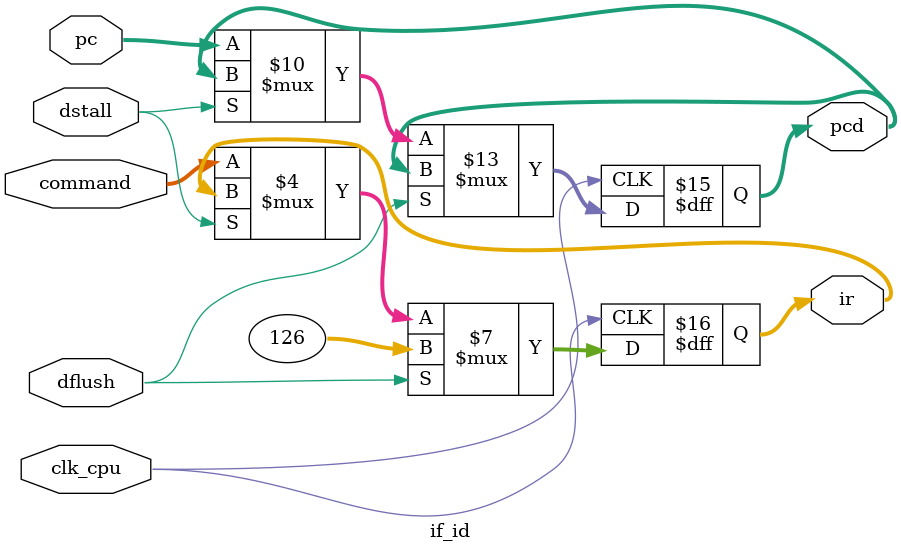
<source format=v>
`timescale 1ns / 1ps

module if_id(
input clk_cpu,dstall,dflush,
input[31:0] pc,
input[31:0] command,
output  reg[31:0] pcd,
output  reg[31:0] ir
    );
initial begin pcd<=32'h00003000;    end
always@(posedge clk_cpu)    begin
    if(dflush)  begin pcd<=pcd; ir<=32'h0000007e; end
    else    begin  if(dstall)  begin   pcd<=pcd;   ir<=ir; end
    else    begin   pcd<=pc;   ir<=command;    end  end
    end
endmodule

</source>
